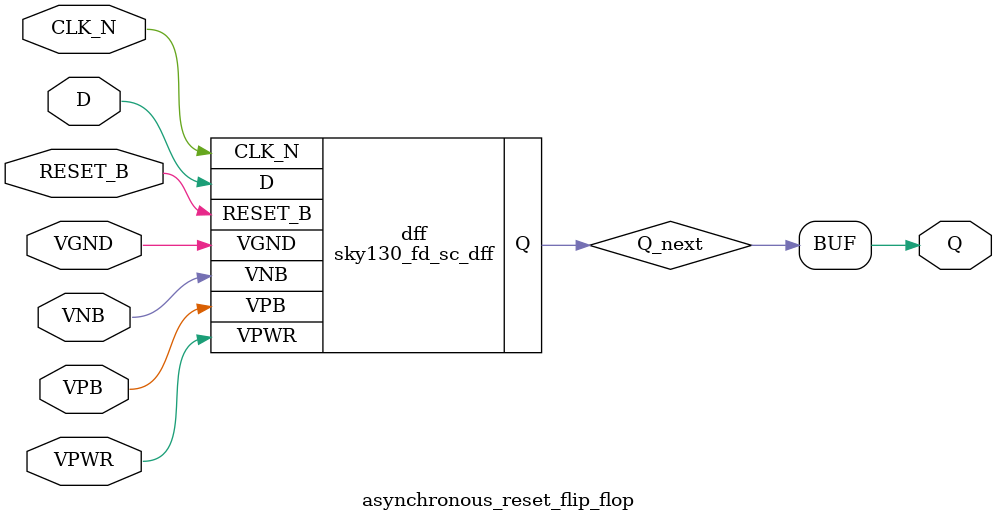
<source format=v>

module sky130_fd_sc_dff (
    Q      , //output
    CLK_N  , //input 
    D      , //input 
    RESET_B, //input 
    VPWR   , //input 
    VGND   , //input 
    VPB    , //input 
    VNB    //input 
);

    output Q      ;
    input  CLK_N  ;
    input  D      ;
    input  RESET_B;
    input  VPWR   ;
    input  VGND   ;
    input  VPB    ;
    input  VNB    ;

    reg Q_int; //internal register

    assign Q = Q_int; // assign the output to the internal wire

    // Define the D-flip-flop using Verilog primitives
    always @(posedge CLK_N or negedge RESET_B) begin
        if (!RESET_B)
            Q_int <= 1'b0; // set Q to 0 when reset is active
        else
            Q_int <= D;    //otherwise set Q to D
    end

endmodule

module asynchronous_reset_flip_flop (
    Q      , //output
    CLK_N  , //input 
    D      , //input 
    RESET_B, //input 
    VPWR   , //input 
    VGND   , //input 
    VPB    , //input 
    VNB    //input 
);

    output Q      ;
    input  CLK_N  ;
    input  D      ;
    input  RESET_B;
    input  VPWR   ;
    input  VGND   ;
    input  VPB    ;
    input  VNB    ;

    wire Q_next; //internal wire

    assign Q = Q_next; // assign the output to the internal wire

    sky130_fd_sc_dff dff (
        .Q      (Q_next), //connect internal wire of DFF to internal wire of this module
        .CLK_N  (CLK_N),
        .D      (D),
        .RESET_B(RESET_B),
        .VPWR   (VPWR),
        .VGND   (VGND),
        .VPB    (VPB),
        .VNB    (VNB)
    );
endmodule

</source>
